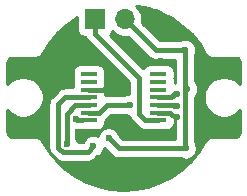
<source format=gbl>
G04 #@! TF.GenerationSoftware,KiCad,Pcbnew,(5.1.6-0-10_14)*
G04 #@! TF.CreationDate,2021-01-19T17:30:13+01:00*
G04 #@! TF.ProjectId,Encoder,456e636f-6465-4722-9e6b-696361645f70,1.1*
G04 #@! TF.SameCoordinates,Original*
G04 #@! TF.FileFunction,Copper,L2,Bot*
G04 #@! TF.FilePolarity,Positive*
%FSLAX46Y46*%
G04 Gerber Fmt 4.6, Leading zero omitted, Abs format (unit mm)*
G04 Created by KiCad (PCBNEW (5.1.6-0-10_14)) date 2021-01-19 17:30:13*
%MOMM*%
%LPD*%
G01*
G04 APERTURE LIST*
G04 #@! TA.AperFunction,SMDPad,CuDef*
%ADD10R,1.450000X0.430000*%
G04 #@! TD*
G04 #@! TA.AperFunction,ComponentPad*
%ADD11O,1.700000X1.700000*%
G04 #@! TD*
G04 #@! TA.AperFunction,ComponentPad*
%ADD12R,1.700000X1.700000*%
G04 #@! TD*
G04 #@! TA.AperFunction,ViaPad*
%ADD13C,0.600000*%
G04 #@! TD*
G04 #@! TA.AperFunction,Conductor*
%ADD14C,0.400000*%
G04 #@! TD*
G04 #@! TA.AperFunction,Conductor*
%ADD15C,0.254000*%
G04 #@! TD*
G04 APERTURE END LIST*
D10*
X120138000Y-95262000D03*
X120138000Y-94612000D03*
X120138000Y-93962000D03*
X120138000Y-93312000D03*
X120138000Y-92662000D03*
X120138000Y-92012000D03*
X120138000Y-91362000D03*
X114238000Y-91362000D03*
X114238000Y-92012000D03*
X114238000Y-92662000D03*
X114238000Y-93312000D03*
X114238000Y-93962000D03*
X114238000Y-94612000D03*
X114238000Y-95262000D03*
D11*
X119828000Y-86712000D03*
X117288000Y-86712000D03*
D12*
X114748000Y-86712000D03*
D13*
X121688000Y-95012000D03*
X120313000Y-90262000D03*
X117963000Y-89312000D03*
X112113000Y-89062000D03*
X116338000Y-91812000D03*
X113338000Y-96237000D03*
X121688000Y-94012000D03*
X121688000Y-93012000D03*
X122588000Y-92612000D03*
X122388000Y-89312000D03*
X122450501Y-97649499D03*
X115913000Y-96787000D03*
X113131016Y-95159645D03*
X117688000Y-93947000D03*
X112363000Y-97237000D03*
X114638011Y-97436995D03*
D14*
X120388000Y-94612000D02*
X120412999Y-94636999D01*
X120138000Y-94612000D02*
X120388000Y-94612000D01*
X121503998Y-95012000D02*
X121688000Y-95012000D01*
X121103998Y-94612000D02*
X121503998Y-95012000D01*
X120138000Y-94612000D02*
X121103998Y-94612000D01*
X114238000Y-92662000D02*
X115488000Y-92662000D01*
X115488000Y-92662000D02*
X116338000Y-91812000D01*
X121438000Y-93962000D02*
X121488000Y-94012000D01*
X120138000Y-93962000D02*
X121438000Y-93962000D01*
X121488000Y-93112000D02*
X121388001Y-93211999D01*
X121488000Y-93012000D02*
X121488000Y-93112000D01*
X121188000Y-93312000D02*
X120138000Y-93312000D01*
X121488000Y-93012000D02*
X121188000Y-93312000D01*
X119888000Y-89312000D02*
X117288000Y-86712000D01*
X122388000Y-89312000D02*
X119888000Y-89312000D01*
X122388000Y-97586998D02*
X122450501Y-97649499D01*
X122388000Y-89312000D02*
X122388000Y-97586998D01*
X122450501Y-97649499D02*
X116775499Y-97649499D01*
X116775499Y-97649499D02*
X115913000Y-96787000D01*
X118488001Y-91702001D02*
X114748000Y-87962000D01*
X118488001Y-94737001D02*
X118488001Y-91702001D01*
X114748000Y-87962000D02*
X114748000Y-86712000D01*
X119013000Y-95262000D02*
X118488001Y-94737001D01*
X120138000Y-95262000D02*
X119013000Y-95262000D01*
X113637990Y-95262000D02*
X113233371Y-95262000D01*
X113233371Y-95262000D02*
X113131016Y-95159645D01*
X115126000Y-94612000D02*
X115791000Y-93947000D01*
X115791000Y-93947000D02*
X117688000Y-93947000D01*
X114238000Y-94612000D02*
X115126000Y-94612000D01*
X114238000Y-93962000D02*
X113113000Y-93962000D01*
X112363000Y-94712000D02*
X112363000Y-97237000D01*
X113113000Y-93962000D02*
X112363000Y-94712000D01*
X111662998Y-93872813D02*
X111662998Y-97573002D01*
X111662998Y-97573002D02*
X112026998Y-97937002D01*
X114138004Y-97937002D02*
X114638011Y-97436995D01*
X112026998Y-97937002D02*
X114138004Y-97937002D01*
X114238000Y-93312000D02*
X112223811Y-93312000D01*
X112223811Y-93312000D02*
X111662998Y-93872813D01*
D15*
G36*
X118315809Y-85555093D02*
G01*
X119358110Y-85779923D01*
X120360246Y-86144126D01*
X121303690Y-86640969D01*
X122170970Y-87261250D01*
X122946051Y-87993503D01*
X123616292Y-88826297D01*
X124115103Y-89640280D01*
X124136574Y-89680450D01*
X124219051Y-89780948D01*
X124319549Y-89863425D01*
X124434206Y-89924710D01*
X124558616Y-89962450D01*
X124655580Y-89972000D01*
X126655721Y-89972000D01*
X126753424Y-89981580D01*
X126816356Y-90000580D01*
X126874405Y-90031445D01*
X126925343Y-90072989D01*
X126967248Y-90123644D01*
X126998515Y-90181471D01*
X127017956Y-90244272D01*
X127028000Y-90339835D01*
X127028000Y-92198339D01*
X126793998Y-91964337D01*
X126509831Y-91774463D01*
X126194081Y-91643675D01*
X125858883Y-91577000D01*
X125517117Y-91577000D01*
X125181919Y-91643675D01*
X124866169Y-91774463D01*
X124582002Y-91964337D01*
X124340337Y-92206002D01*
X124150463Y-92490169D01*
X124019675Y-92805919D01*
X123953000Y-93141117D01*
X123953000Y-93482883D01*
X124019675Y-93818081D01*
X124150463Y-94133831D01*
X124340337Y-94417998D01*
X124582002Y-94659663D01*
X124866169Y-94849537D01*
X125181919Y-94980325D01*
X125517117Y-95047000D01*
X125858883Y-95047000D01*
X126194081Y-94980325D01*
X126509831Y-94849537D01*
X126793998Y-94659663D01*
X127028001Y-94425660D01*
X127028001Y-96279711D01*
X127018420Y-96377424D01*
X126999420Y-96440357D01*
X126968554Y-96498406D01*
X126927011Y-96549343D01*
X126876356Y-96591248D01*
X126818529Y-96622515D01*
X126755728Y-96641956D01*
X126660164Y-96652000D01*
X124655580Y-96652002D01*
X124558616Y-96661552D01*
X124434206Y-96699292D01*
X124319549Y-96760577D01*
X124219051Y-96843054D01*
X124136574Y-96943552D01*
X124116392Y-96981311D01*
X123539693Y-97905209D01*
X122857552Y-98724741D01*
X122070508Y-99444104D01*
X121193110Y-100050002D01*
X120241600Y-100531217D01*
X119233591Y-100878844D01*
X118187719Y-101086454D01*
X117123362Y-101150202D01*
X116060190Y-101068908D01*
X115017898Y-100844080D01*
X114015752Y-100479874D01*
X113072308Y-99983031D01*
X112205024Y-99362747D01*
X111429946Y-98630495D01*
X110759707Y-97797705D01*
X110260890Y-96983708D01*
X110239425Y-96943550D01*
X110198742Y-96893978D01*
X110198735Y-96893968D01*
X110198726Y-96893959D01*
X110156948Y-96843052D01*
X110056450Y-96760575D01*
X109941793Y-96699290D01*
X109817383Y-96661550D01*
X109720419Y-96652000D01*
X107720279Y-96652000D01*
X107622576Y-96642420D01*
X107559643Y-96623420D01*
X107501594Y-96592554D01*
X107450657Y-96551011D01*
X107408752Y-96500356D01*
X107377485Y-96442529D01*
X107358044Y-96379728D01*
X107348000Y-96284165D01*
X107348000Y-94425661D01*
X107582002Y-94659663D01*
X107866169Y-94849537D01*
X108181919Y-94980325D01*
X108517117Y-95047000D01*
X108858883Y-95047000D01*
X109194081Y-94980325D01*
X109509831Y-94849537D01*
X109793998Y-94659663D01*
X110035663Y-94417998D01*
X110225537Y-94133831D01*
X110356325Y-93818081D01*
X110423000Y-93482883D01*
X110423000Y-93141117D01*
X110356325Y-92805919D01*
X110225537Y-92490169D01*
X110035663Y-92206002D01*
X109793998Y-91964337D01*
X109509831Y-91774463D01*
X109194081Y-91643675D01*
X108858883Y-91577000D01*
X108517117Y-91577000D01*
X108181919Y-91643675D01*
X107866169Y-91774463D01*
X107582002Y-91964337D01*
X107348000Y-92198339D01*
X107348000Y-90344279D01*
X107357580Y-90246576D01*
X107376580Y-90183644D01*
X107407445Y-90125595D01*
X107448989Y-90074657D01*
X107499644Y-90032752D01*
X107557471Y-90001485D01*
X107620272Y-89982044D01*
X107715844Y-89971999D01*
X109720419Y-89972001D01*
X109817383Y-89962451D01*
X109941793Y-89924711D01*
X110056450Y-89863426D01*
X110156948Y-89780949D01*
X110239425Y-89680451D01*
X110259605Y-89642696D01*
X110836307Y-88718791D01*
X111518445Y-87899265D01*
X112305496Y-87179895D01*
X113182889Y-86574000D01*
X113259928Y-86535038D01*
X113259928Y-87562000D01*
X113272188Y-87686482D01*
X113308498Y-87806180D01*
X113367463Y-87916494D01*
X113446815Y-88013185D01*
X113543506Y-88092537D01*
X113653820Y-88151502D01*
X113773518Y-88187812D01*
X113898000Y-88200072D01*
X113947646Y-88200072D01*
X113972828Y-88283086D01*
X114050364Y-88428145D01*
X114154709Y-88555291D01*
X114186579Y-88581446D01*
X117653002Y-92047870D01*
X117653002Y-93012000D01*
X117595911Y-93012000D01*
X117415271Y-93047932D01*
X117260596Y-93112000D01*
X115832018Y-93112000D01*
X115790999Y-93107960D01*
X115749981Y-93112000D01*
X115627311Y-93124082D01*
X115601072Y-93132041D01*
X115601072Y-93097000D01*
X115588812Y-92972518D01*
X115552502Y-92852820D01*
X115493537Y-92742506D01*
X115427468Y-92662000D01*
X115493537Y-92581494D01*
X115552502Y-92471180D01*
X115588812Y-92351482D01*
X115601072Y-92227000D01*
X115601072Y-91797000D01*
X115590238Y-91687000D01*
X115601072Y-91577000D01*
X115601072Y-91147000D01*
X115588812Y-91022518D01*
X115552502Y-90902820D01*
X115493537Y-90792506D01*
X115414185Y-90695815D01*
X115317494Y-90616463D01*
X115207180Y-90557498D01*
X115087482Y-90521188D01*
X114963000Y-90508928D01*
X113513000Y-90508928D01*
X113388518Y-90521188D01*
X113268820Y-90557498D01*
X113158506Y-90616463D01*
X113061815Y-90695815D01*
X112982463Y-90792506D01*
X112923498Y-90902820D01*
X112887188Y-91022518D01*
X112874928Y-91147000D01*
X112874928Y-91577000D01*
X112885762Y-91687000D01*
X112874928Y-91797000D01*
X112874928Y-92227000D01*
X112887188Y-92351482D01*
X112923498Y-92471180D01*
X112926609Y-92477000D01*
X112264818Y-92477000D01*
X112223810Y-92472961D01*
X112182802Y-92477000D01*
X112182792Y-92477000D01*
X112060122Y-92489082D01*
X111902724Y-92536828D01*
X111757665Y-92614364D01*
X111630520Y-92718709D01*
X111604365Y-92750579D01*
X111101577Y-93253367D01*
X111069707Y-93279522D01*
X110965363Y-93406667D01*
X110965362Y-93406668D01*
X110887826Y-93551727D01*
X110840080Y-93709125D01*
X110823958Y-93872813D01*
X110827998Y-93913832D01*
X110827999Y-97531974D01*
X110823958Y-97573002D01*
X110840080Y-97736690D01*
X110887826Y-97894088D01*
X110962089Y-98033023D01*
X110965363Y-98039148D01*
X111069708Y-98166293D01*
X111101572Y-98192443D01*
X111407556Y-98498428D01*
X111433707Y-98530293D01*
X111560852Y-98634638D01*
X111705911Y-98712174D01*
X111863309Y-98759920D01*
X111985979Y-98772002D01*
X111985980Y-98772002D01*
X112026998Y-98776042D01*
X112068016Y-98772002D01*
X114096986Y-98772002D01*
X114138004Y-98776042D01*
X114179022Y-98772002D01*
X114179023Y-98772002D01*
X114301693Y-98759920D01*
X114459091Y-98712174D01*
X114604150Y-98634638D01*
X114731295Y-98530293D01*
X114757449Y-98498424D01*
X114926224Y-98329649D01*
X115080900Y-98265581D01*
X115234039Y-98163257D01*
X115364273Y-98033023D01*
X115466597Y-97879884D01*
X115537079Y-97709724D01*
X115549281Y-97648379D01*
X115624786Y-97679654D01*
X116156062Y-98210931D01*
X116182208Y-98242790D01*
X116214067Y-98268936D01*
X116214069Y-98268938D01*
X116295862Y-98336063D01*
X116309353Y-98347135D01*
X116454412Y-98424671D01*
X116611810Y-98472417D01*
X116734480Y-98484499D01*
X116734481Y-98484499D01*
X116775499Y-98488539D01*
X116816517Y-98484499D01*
X122023097Y-98484499D01*
X122177772Y-98548567D01*
X122358412Y-98584499D01*
X122542590Y-98584499D01*
X122723230Y-98548567D01*
X122893390Y-98478085D01*
X123046529Y-98375761D01*
X123176763Y-98245527D01*
X123279087Y-98092388D01*
X123349569Y-97922228D01*
X123385501Y-97741588D01*
X123385501Y-97557410D01*
X123349569Y-97376770D01*
X123279087Y-97206610D01*
X123223000Y-97122670D01*
X123223000Y-93299290D01*
X123314262Y-93208028D01*
X123416586Y-93054889D01*
X123487068Y-92884729D01*
X123523000Y-92704089D01*
X123523000Y-92519911D01*
X123487068Y-92339271D01*
X123416586Y-92169111D01*
X123314262Y-92015972D01*
X123223000Y-91924710D01*
X123223000Y-89739404D01*
X123287068Y-89584729D01*
X123323000Y-89404089D01*
X123323000Y-89219911D01*
X123287068Y-89039271D01*
X123216586Y-88869111D01*
X123114262Y-88715972D01*
X122984028Y-88585738D01*
X122830889Y-88483414D01*
X122660729Y-88412932D01*
X122480089Y-88377000D01*
X122295911Y-88377000D01*
X122115271Y-88412932D01*
X121960596Y-88477000D01*
X120233868Y-88477000D01*
X118746807Y-86989940D01*
X118773000Y-86858260D01*
X118773000Y-86565740D01*
X118715932Y-86278842D01*
X118603990Y-86008589D01*
X118441475Y-85765368D01*
X118234632Y-85558525D01*
X118218342Y-85547640D01*
X118315809Y-85555093D01*
G37*
X118315809Y-85555093D02*
X119358110Y-85779923D01*
X120360246Y-86144126D01*
X121303690Y-86640969D01*
X122170970Y-87261250D01*
X122946051Y-87993503D01*
X123616292Y-88826297D01*
X124115103Y-89640280D01*
X124136574Y-89680450D01*
X124219051Y-89780948D01*
X124319549Y-89863425D01*
X124434206Y-89924710D01*
X124558616Y-89962450D01*
X124655580Y-89972000D01*
X126655721Y-89972000D01*
X126753424Y-89981580D01*
X126816356Y-90000580D01*
X126874405Y-90031445D01*
X126925343Y-90072989D01*
X126967248Y-90123644D01*
X126998515Y-90181471D01*
X127017956Y-90244272D01*
X127028000Y-90339835D01*
X127028000Y-92198339D01*
X126793998Y-91964337D01*
X126509831Y-91774463D01*
X126194081Y-91643675D01*
X125858883Y-91577000D01*
X125517117Y-91577000D01*
X125181919Y-91643675D01*
X124866169Y-91774463D01*
X124582002Y-91964337D01*
X124340337Y-92206002D01*
X124150463Y-92490169D01*
X124019675Y-92805919D01*
X123953000Y-93141117D01*
X123953000Y-93482883D01*
X124019675Y-93818081D01*
X124150463Y-94133831D01*
X124340337Y-94417998D01*
X124582002Y-94659663D01*
X124866169Y-94849537D01*
X125181919Y-94980325D01*
X125517117Y-95047000D01*
X125858883Y-95047000D01*
X126194081Y-94980325D01*
X126509831Y-94849537D01*
X126793998Y-94659663D01*
X127028001Y-94425660D01*
X127028001Y-96279711D01*
X127018420Y-96377424D01*
X126999420Y-96440357D01*
X126968554Y-96498406D01*
X126927011Y-96549343D01*
X126876356Y-96591248D01*
X126818529Y-96622515D01*
X126755728Y-96641956D01*
X126660164Y-96652000D01*
X124655580Y-96652002D01*
X124558616Y-96661552D01*
X124434206Y-96699292D01*
X124319549Y-96760577D01*
X124219051Y-96843054D01*
X124136574Y-96943552D01*
X124116392Y-96981311D01*
X123539693Y-97905209D01*
X122857552Y-98724741D01*
X122070508Y-99444104D01*
X121193110Y-100050002D01*
X120241600Y-100531217D01*
X119233591Y-100878844D01*
X118187719Y-101086454D01*
X117123362Y-101150202D01*
X116060190Y-101068908D01*
X115017898Y-100844080D01*
X114015752Y-100479874D01*
X113072308Y-99983031D01*
X112205024Y-99362747D01*
X111429946Y-98630495D01*
X110759707Y-97797705D01*
X110260890Y-96983708D01*
X110239425Y-96943550D01*
X110198742Y-96893978D01*
X110198735Y-96893968D01*
X110198726Y-96893959D01*
X110156948Y-96843052D01*
X110056450Y-96760575D01*
X109941793Y-96699290D01*
X109817383Y-96661550D01*
X109720419Y-96652000D01*
X107720279Y-96652000D01*
X107622576Y-96642420D01*
X107559643Y-96623420D01*
X107501594Y-96592554D01*
X107450657Y-96551011D01*
X107408752Y-96500356D01*
X107377485Y-96442529D01*
X107358044Y-96379728D01*
X107348000Y-96284165D01*
X107348000Y-94425661D01*
X107582002Y-94659663D01*
X107866169Y-94849537D01*
X108181919Y-94980325D01*
X108517117Y-95047000D01*
X108858883Y-95047000D01*
X109194081Y-94980325D01*
X109509831Y-94849537D01*
X109793998Y-94659663D01*
X110035663Y-94417998D01*
X110225537Y-94133831D01*
X110356325Y-93818081D01*
X110423000Y-93482883D01*
X110423000Y-93141117D01*
X110356325Y-92805919D01*
X110225537Y-92490169D01*
X110035663Y-92206002D01*
X109793998Y-91964337D01*
X109509831Y-91774463D01*
X109194081Y-91643675D01*
X108858883Y-91577000D01*
X108517117Y-91577000D01*
X108181919Y-91643675D01*
X107866169Y-91774463D01*
X107582002Y-91964337D01*
X107348000Y-92198339D01*
X107348000Y-90344279D01*
X107357580Y-90246576D01*
X107376580Y-90183644D01*
X107407445Y-90125595D01*
X107448989Y-90074657D01*
X107499644Y-90032752D01*
X107557471Y-90001485D01*
X107620272Y-89982044D01*
X107715844Y-89971999D01*
X109720419Y-89972001D01*
X109817383Y-89962451D01*
X109941793Y-89924711D01*
X110056450Y-89863426D01*
X110156948Y-89780949D01*
X110239425Y-89680451D01*
X110259605Y-89642696D01*
X110836307Y-88718791D01*
X111518445Y-87899265D01*
X112305496Y-87179895D01*
X113182889Y-86574000D01*
X113259928Y-86535038D01*
X113259928Y-87562000D01*
X113272188Y-87686482D01*
X113308498Y-87806180D01*
X113367463Y-87916494D01*
X113446815Y-88013185D01*
X113543506Y-88092537D01*
X113653820Y-88151502D01*
X113773518Y-88187812D01*
X113898000Y-88200072D01*
X113947646Y-88200072D01*
X113972828Y-88283086D01*
X114050364Y-88428145D01*
X114154709Y-88555291D01*
X114186579Y-88581446D01*
X117653002Y-92047870D01*
X117653002Y-93012000D01*
X117595911Y-93012000D01*
X117415271Y-93047932D01*
X117260596Y-93112000D01*
X115832018Y-93112000D01*
X115790999Y-93107960D01*
X115749981Y-93112000D01*
X115627311Y-93124082D01*
X115601072Y-93132041D01*
X115601072Y-93097000D01*
X115588812Y-92972518D01*
X115552502Y-92852820D01*
X115493537Y-92742506D01*
X115427468Y-92662000D01*
X115493537Y-92581494D01*
X115552502Y-92471180D01*
X115588812Y-92351482D01*
X115601072Y-92227000D01*
X115601072Y-91797000D01*
X115590238Y-91687000D01*
X115601072Y-91577000D01*
X115601072Y-91147000D01*
X115588812Y-91022518D01*
X115552502Y-90902820D01*
X115493537Y-90792506D01*
X115414185Y-90695815D01*
X115317494Y-90616463D01*
X115207180Y-90557498D01*
X115087482Y-90521188D01*
X114963000Y-90508928D01*
X113513000Y-90508928D01*
X113388518Y-90521188D01*
X113268820Y-90557498D01*
X113158506Y-90616463D01*
X113061815Y-90695815D01*
X112982463Y-90792506D01*
X112923498Y-90902820D01*
X112887188Y-91022518D01*
X112874928Y-91147000D01*
X112874928Y-91577000D01*
X112885762Y-91687000D01*
X112874928Y-91797000D01*
X112874928Y-92227000D01*
X112887188Y-92351482D01*
X112923498Y-92471180D01*
X112926609Y-92477000D01*
X112264818Y-92477000D01*
X112223810Y-92472961D01*
X112182802Y-92477000D01*
X112182792Y-92477000D01*
X112060122Y-92489082D01*
X111902724Y-92536828D01*
X111757665Y-92614364D01*
X111630520Y-92718709D01*
X111604365Y-92750579D01*
X111101577Y-93253367D01*
X111069707Y-93279522D01*
X110965363Y-93406667D01*
X110965362Y-93406668D01*
X110887826Y-93551727D01*
X110840080Y-93709125D01*
X110823958Y-93872813D01*
X110827998Y-93913832D01*
X110827999Y-97531974D01*
X110823958Y-97573002D01*
X110840080Y-97736690D01*
X110887826Y-97894088D01*
X110962089Y-98033023D01*
X110965363Y-98039148D01*
X111069708Y-98166293D01*
X111101572Y-98192443D01*
X111407556Y-98498428D01*
X111433707Y-98530293D01*
X111560852Y-98634638D01*
X111705911Y-98712174D01*
X111863309Y-98759920D01*
X111985979Y-98772002D01*
X111985980Y-98772002D01*
X112026998Y-98776042D01*
X112068016Y-98772002D01*
X114096986Y-98772002D01*
X114138004Y-98776042D01*
X114179022Y-98772002D01*
X114179023Y-98772002D01*
X114301693Y-98759920D01*
X114459091Y-98712174D01*
X114604150Y-98634638D01*
X114731295Y-98530293D01*
X114757449Y-98498424D01*
X114926224Y-98329649D01*
X115080900Y-98265581D01*
X115234039Y-98163257D01*
X115364273Y-98033023D01*
X115466597Y-97879884D01*
X115537079Y-97709724D01*
X115549281Y-97648379D01*
X115624786Y-97679654D01*
X116156062Y-98210931D01*
X116182208Y-98242790D01*
X116214067Y-98268936D01*
X116214069Y-98268938D01*
X116295862Y-98336063D01*
X116309353Y-98347135D01*
X116454412Y-98424671D01*
X116611810Y-98472417D01*
X116734480Y-98484499D01*
X116734481Y-98484499D01*
X116775499Y-98488539D01*
X116816517Y-98484499D01*
X122023097Y-98484499D01*
X122177772Y-98548567D01*
X122358412Y-98584499D01*
X122542590Y-98584499D01*
X122723230Y-98548567D01*
X122893390Y-98478085D01*
X123046529Y-98375761D01*
X123176763Y-98245527D01*
X123279087Y-98092388D01*
X123349569Y-97922228D01*
X123385501Y-97741588D01*
X123385501Y-97557410D01*
X123349569Y-97376770D01*
X123279087Y-97206610D01*
X123223000Y-97122670D01*
X123223000Y-93299290D01*
X123314262Y-93208028D01*
X123416586Y-93054889D01*
X123487068Y-92884729D01*
X123523000Y-92704089D01*
X123523000Y-92519911D01*
X123487068Y-92339271D01*
X123416586Y-92169111D01*
X123314262Y-92015972D01*
X123223000Y-91924710D01*
X123223000Y-89739404D01*
X123287068Y-89584729D01*
X123323000Y-89404089D01*
X123323000Y-89219911D01*
X123287068Y-89039271D01*
X123216586Y-88869111D01*
X123114262Y-88715972D01*
X122984028Y-88585738D01*
X122830889Y-88483414D01*
X122660729Y-88412932D01*
X122480089Y-88377000D01*
X122295911Y-88377000D01*
X122115271Y-88412932D01*
X121960596Y-88477000D01*
X120233868Y-88477000D01*
X118746807Y-86989940D01*
X118773000Y-86858260D01*
X118773000Y-86565740D01*
X118715932Y-86278842D01*
X118603990Y-86008589D01*
X118441475Y-85765368D01*
X118234632Y-85558525D01*
X118218342Y-85547640D01*
X118315809Y-85555093D01*
G36*
X117415271Y-94846068D02*
G01*
X117595911Y-94882000D01*
X117663242Y-94882000D01*
X117665083Y-94900689D01*
X117712829Y-95058087D01*
X117790365Y-95203146D01*
X117894710Y-95330292D01*
X117926579Y-95356446D01*
X118393558Y-95823426D01*
X118419709Y-95855291D01*
X118546854Y-95959636D01*
X118691913Y-96037172D01*
X118849311Y-96084918D01*
X118971981Y-96097000D01*
X118971982Y-96097000D01*
X119013000Y-96101040D01*
X119054018Y-96097000D01*
X119269358Y-96097000D01*
X119288518Y-96102812D01*
X119413000Y-96115072D01*
X120863000Y-96115072D01*
X120987482Y-96102812D01*
X121107180Y-96066502D01*
X121217494Y-96007537D01*
X121314185Y-95928185D01*
X121393537Y-95831494D01*
X121452502Y-95721180D01*
X121488812Y-95601482D01*
X121501072Y-95477000D01*
X121501072Y-95047000D01*
X121489131Y-94925760D01*
X121553001Y-94938464D01*
X121553001Y-96814499D01*
X117121367Y-96814499D01*
X116805654Y-96498786D01*
X116741586Y-96344111D01*
X116639262Y-96190972D01*
X116509028Y-96060738D01*
X116355889Y-95958414D01*
X116185729Y-95887932D01*
X116005089Y-95852000D01*
X115820911Y-95852000D01*
X115640271Y-95887932D01*
X115470111Y-95958414D01*
X115316972Y-96060738D01*
X115186738Y-96190972D01*
X115084414Y-96344111D01*
X115013932Y-96514271D01*
X115001730Y-96575616D01*
X114910740Y-96537927D01*
X114730100Y-96501995D01*
X114545922Y-96501995D01*
X114365282Y-96537927D01*
X114195122Y-96608409D01*
X114041983Y-96710733D01*
X113911749Y-96840967D01*
X113809425Y-96994106D01*
X113764733Y-97102002D01*
X113289465Y-97102002D01*
X113262068Y-96964271D01*
X113198000Y-96809596D01*
X113198000Y-96097556D01*
X113233371Y-96101040D01*
X113274389Y-96097000D01*
X113369358Y-96097000D01*
X113388518Y-96102812D01*
X113513000Y-96115072D01*
X114963000Y-96115072D01*
X115087482Y-96102812D01*
X115207180Y-96066502D01*
X115317494Y-96007537D01*
X115414185Y-95928185D01*
X115493537Y-95831494D01*
X115552502Y-95721180D01*
X115588812Y-95601482D01*
X115601072Y-95477000D01*
X115601072Y-95302311D01*
X115719291Y-95205291D01*
X115745446Y-95173422D01*
X116136868Y-94782000D01*
X117260596Y-94782000D01*
X117415271Y-94846068D01*
G37*
X117415271Y-94846068D02*
X117595911Y-94882000D01*
X117663242Y-94882000D01*
X117665083Y-94900689D01*
X117712829Y-95058087D01*
X117790365Y-95203146D01*
X117894710Y-95330292D01*
X117926579Y-95356446D01*
X118393558Y-95823426D01*
X118419709Y-95855291D01*
X118546854Y-95959636D01*
X118691913Y-96037172D01*
X118849311Y-96084918D01*
X118971981Y-96097000D01*
X118971982Y-96097000D01*
X119013000Y-96101040D01*
X119054018Y-96097000D01*
X119269358Y-96097000D01*
X119288518Y-96102812D01*
X119413000Y-96115072D01*
X120863000Y-96115072D01*
X120987482Y-96102812D01*
X121107180Y-96066502D01*
X121217494Y-96007537D01*
X121314185Y-95928185D01*
X121393537Y-95831494D01*
X121452502Y-95721180D01*
X121488812Y-95601482D01*
X121501072Y-95477000D01*
X121501072Y-95047000D01*
X121489131Y-94925760D01*
X121553001Y-94938464D01*
X121553001Y-96814499D01*
X117121367Y-96814499D01*
X116805654Y-96498786D01*
X116741586Y-96344111D01*
X116639262Y-96190972D01*
X116509028Y-96060738D01*
X116355889Y-95958414D01*
X116185729Y-95887932D01*
X116005089Y-95852000D01*
X115820911Y-95852000D01*
X115640271Y-95887932D01*
X115470111Y-95958414D01*
X115316972Y-96060738D01*
X115186738Y-96190972D01*
X115084414Y-96344111D01*
X115013932Y-96514271D01*
X115001730Y-96575616D01*
X114910740Y-96537927D01*
X114730100Y-96501995D01*
X114545922Y-96501995D01*
X114365282Y-96537927D01*
X114195122Y-96608409D01*
X114041983Y-96710733D01*
X113911749Y-96840967D01*
X113809425Y-96994106D01*
X113764733Y-97102002D01*
X113289465Y-97102002D01*
X113262068Y-96964271D01*
X113198000Y-96809596D01*
X113198000Y-96097556D01*
X113233371Y-96101040D01*
X113274389Y-96097000D01*
X113369358Y-96097000D01*
X113388518Y-96102812D01*
X113513000Y-96115072D01*
X114963000Y-96115072D01*
X115087482Y-96102812D01*
X115207180Y-96066502D01*
X115317494Y-96007537D01*
X115414185Y-95928185D01*
X115493537Y-95831494D01*
X115552502Y-95721180D01*
X115588812Y-95601482D01*
X115601072Y-95477000D01*
X115601072Y-95302311D01*
X115719291Y-95205291D01*
X115745446Y-95173422D01*
X116136868Y-94782000D01*
X117260596Y-94782000D01*
X117415271Y-94846068D01*
G36*
X116341368Y-87865475D02*
G01*
X116584589Y-88027990D01*
X116854842Y-88139932D01*
X117141740Y-88197000D01*
X117434260Y-88197000D01*
X117565940Y-88170807D01*
X119268559Y-89873427D01*
X119294709Y-89905291D01*
X119421854Y-90009636D01*
X119566913Y-90087172D01*
X119724311Y-90134918D01*
X119846981Y-90147000D01*
X119846991Y-90147000D01*
X119887999Y-90151039D01*
X119929007Y-90147000D01*
X121553000Y-90147000D01*
X121553000Y-92085536D01*
X121501072Y-92095865D01*
X121501072Y-91797000D01*
X121490238Y-91687000D01*
X121501072Y-91577000D01*
X121501072Y-91147000D01*
X121488812Y-91022518D01*
X121452502Y-90902820D01*
X121393537Y-90792506D01*
X121314185Y-90695815D01*
X121217494Y-90616463D01*
X121107180Y-90557498D01*
X120987482Y-90521188D01*
X120863000Y-90508928D01*
X119413000Y-90508928D01*
X119288518Y-90521188D01*
X119168820Y-90557498D01*
X119058506Y-90616463D01*
X118961815Y-90695815D01*
X118882463Y-90792506D01*
X118839587Y-90872719D01*
X116011214Y-88044347D01*
X116049185Y-88013185D01*
X116128537Y-87916494D01*
X116187502Y-87806180D01*
X116209513Y-87733620D01*
X116341368Y-87865475D01*
G37*
X116341368Y-87865475D02*
X116584589Y-88027990D01*
X116854842Y-88139932D01*
X117141740Y-88197000D01*
X117434260Y-88197000D01*
X117565940Y-88170807D01*
X119268559Y-89873427D01*
X119294709Y-89905291D01*
X119421854Y-90009636D01*
X119566913Y-90087172D01*
X119724311Y-90134918D01*
X119846981Y-90147000D01*
X119846991Y-90147000D01*
X119887999Y-90151039D01*
X119929007Y-90147000D01*
X121553000Y-90147000D01*
X121553000Y-92085536D01*
X121501072Y-92095865D01*
X121501072Y-91797000D01*
X121490238Y-91687000D01*
X121501072Y-91577000D01*
X121501072Y-91147000D01*
X121488812Y-91022518D01*
X121452502Y-90902820D01*
X121393537Y-90792506D01*
X121314185Y-90695815D01*
X121217494Y-90616463D01*
X121107180Y-90557498D01*
X120987482Y-90521188D01*
X120863000Y-90508928D01*
X119413000Y-90508928D01*
X119288518Y-90521188D01*
X119168820Y-90557498D01*
X119058506Y-90616463D01*
X118961815Y-90695815D01*
X118882463Y-90792506D01*
X118839587Y-90872719D01*
X116011214Y-88044347D01*
X116049185Y-88013185D01*
X116128537Y-87916494D01*
X116187502Y-87806180D01*
X116209513Y-87733620D01*
X116341368Y-87865475D01*
M02*

</source>
